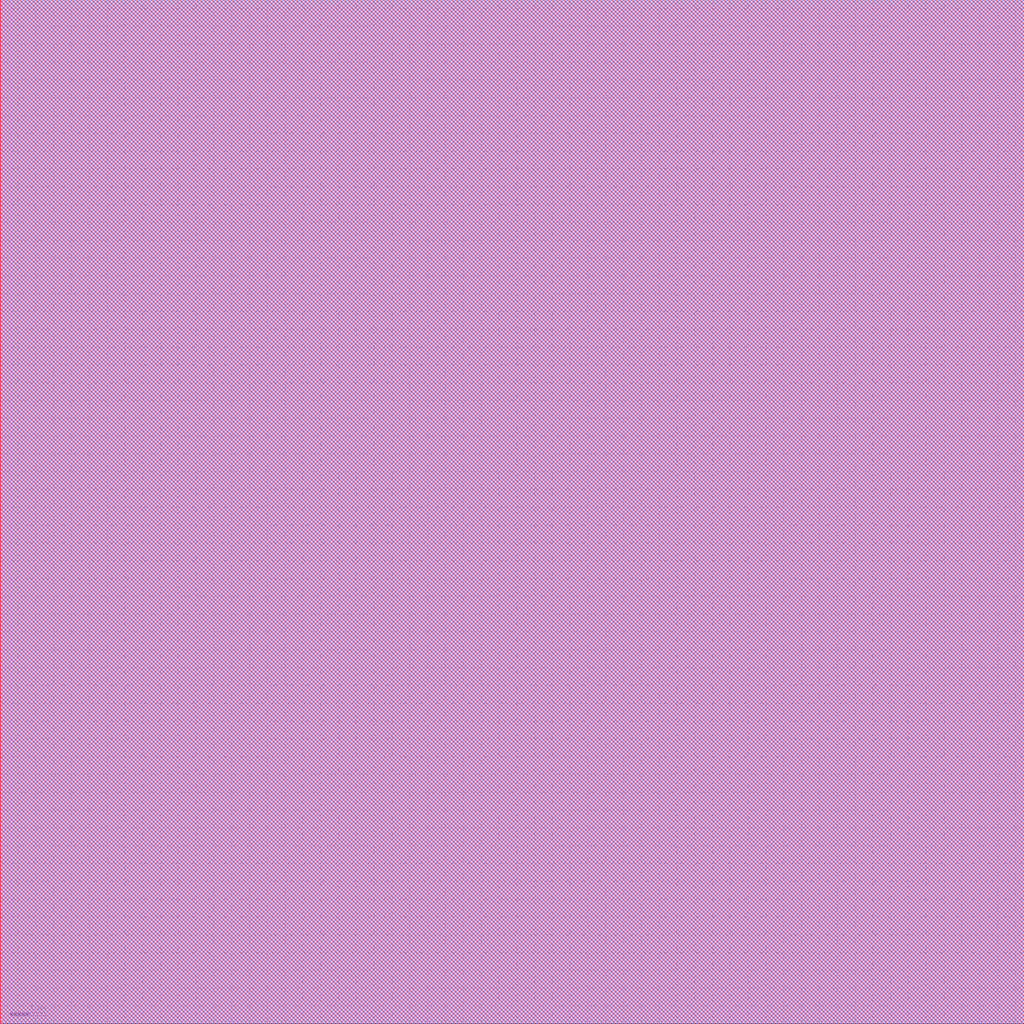
<source format=lef>
###############################################################################
#TSMC Library/IP Product
#Filename: tpa018nv_5lm.lef
#Technology: log018
#Product Type: Standard I/O
#Product Name: tpa018nv
#Version: 270a
###############################################################################
# 
#STATEMENT OF USE
#
#This information contains confidential and proprietary information of TSMC.
#No part of this information may be reproduced, transmitted, transcribed,
#stored in a retrieval system, or translated into any human or computer
#language, in any form or by any means, electronic, mechanical, magnetic,
#optical, chemical, manual, or otherwise, without the prior written permission
#of TSMC. This information was prepared for informational purpose and is for
#use by TSMC's customers only. TSMC reserves the right to make changes in the
#information at any time and without notice.
# 
###############################################################################

SITE pad
    SYMMETRY x y r90 ;
    CLASS pad ;
    SIZE 0.005 BY 115.000 ;
END pad 

SITE corner
    SYMMETRY x y r90 ;
    CLASS pad ;
    SIZE 115.000 BY 115.000 ;
END corner

MACRO PCLAMP
    CLASS BLOCK ;
    FOREIGN PCLAMP 0.000 0.000  ;
    ORIGIN 0.000 0.000 ;
    SIZE 115.000 BY 56.000 ;
    SYMMETRY x y r90 ;
    PIN VSSESD
        DIRECTION INOUT ;
        PORT
        LAYER METAL3 ;
        RECT  28.055 0.000 57.945 2.000 ;
        RECT  28.055 54.000 57.945 56.000 ;
        RECT  2.055 0.000 25.055 2.000 ;
        RECT  2.055 54.000 25.055 56.000 ;
        END
    END VSSESD
    PIN VDDESD
        DIRECTION INOUT ;
        PORT
        LAYER METAL3 ;
        RECT  86.945 0.000 108.505 2.000 ;
        RECT  86.945 54.000 108.505 56.000 ;
        RECT  60.945 0.000 83.945 2.000 ;
        RECT  60.945 54.000 83.945 56.000 ;
        END
    END VDDESD
    OBS
        LAYER METAL1 ;
        RECT  0.000 0.000 115.000 56.000 ;
        LAYER METAL2 ;
        RECT  0.000 0.000 115.000 56.000 ;
        LAYER METAL3 ;
        RECT  108.785 0.000 115.000 56.000 ;
        RECT  86.665 2.280 108.785 53.720 ;
        RECT  84.225 0.000 86.665 56.000 ;
        RECT  60.665 2.280 84.225 53.720 ;
        RECT  58.225 0.000 60.665 56.000 ;
        RECT  27.775 2.280 58.225 53.720 ;
        RECT  25.335 0.000 27.775 56.000 ;
        RECT  1.775 2.280 25.335 53.720 ;
        RECT  0.000 0.000 1.775 56.000 ;
        LAYER METAL4 ;
        RECT  0.000 0.000 115.000 56.000 ;
        LAYER METAL5 ;
        RECT  0.000 0.000 115.000 56.000 ;
    END
END PCLAMP

MACRO PCORNERA
    CLASS ENDCAP BOTTOMLEFT ;
    FOREIGN PCORNERA 0.000 0.000  ;
    ORIGIN 0.000 0.000 ;
    SIZE 115.000 BY 115.000 ;
    SYMMETRY x y r90 ;
    SITE corner ;
    OBS
        LAYER METAL1 ;
        RECT  0.000 0.000 115.000 115.000 ;
        LAYER METAL2 ;
        RECT  0.000 0.000 115.000 115.000 ;
        LAYER METAL3 ;
        RECT  0.000 0.000 115.000 115.000 ;
        LAYER METAL4 ;
        RECT  0.000 0.000 115.000 115.000 ;
        LAYER METAL5 ;
        RECT  0.000 0.000 115.000 115.000 ;
    END
END PCORNERA

MACRO PDB1A
    CLASS PAD ;
    FOREIGN PDB1A 0.000 0.000  ;
    ORIGIN 0.000 0.000 ;
    SIZE 50.000 BY 115.000 ;
    SYMMETRY x y r90 ;
    SITE pad ;
    PIN AIO
        DIRECTION INOUT ;
        PORT
        LAYER METAL2 ;
        RECT  20.000 0.000 30.000 3.160 ;
        LAYER METAL3 ;
        RECT  20.000 0.000 30.000 3.160 ;
        LAYER METAL4 ;
        RECT  20.000 0.000 30.000 3.160 ;
        LAYER METAL5 ;
        RECT  20.000 0.000 30.000 3.160 ;
        RECT  20.000 111.840 30.000 115.000 ;
        END
    END AIO
    OBS
        LAYER METAL1 ;
        RECT  0.000 0.000 50.000 115.000 ;
        LAYER METAL2 ;
        RECT  30.280 0.000 50.000 115.000 ;
        RECT  19.720 3.440 30.280 115.000 ;
        RECT  0.000 0.000 19.720 115.000 ;
        LAYER VIA23 ;
        RECT  20.415 0.160 29.515 3.020 ;
        LAYER METAL3 ;
        RECT  30.280 0.000 50.000 115.000 ;
        RECT  19.720 3.440 30.280 115.000 ;
        RECT  0.000 0.000 19.720 115.000 ;
        LAYER VIA34 ;
        RECT  20.415 0.160 29.515 3.020 ;
        LAYER METAL4 ;
        RECT  30.280 0.000 50.000 115.000 ;
        RECT  19.720 3.440 30.280 115.000 ;
        RECT  0.000 0.000 19.720 115.000 ;
        LAYER VIA45 ;
        RECT  20.625 0.370 29.305 2.810 ;
        LAYER METAL5 ;
        RECT  30.460 0.000 50.000 115.000 ;
        RECT  19.540 3.620 30.460 111.380 ;
        RECT  0.000 0.000 19.540 115.000 ;
    END
END PDB1A

MACRO PDB1AC
    CLASS PAD ;
    FOREIGN PDB1AC 0.000 0.000  ;
    ORIGIN 0.000 0.000 ;
    SIZE 50.000 BY 115.000 ;
    SYMMETRY x y r90 ;
    SITE pad ;
    PIN AIO
        DIRECTION INOUT ;
        PORT
        LAYER METAL2 ;
        RECT  20.000 0.000 30.000 3.160 ;
        LAYER METAL3 ;
        RECT  20.000 0.000 30.000 3.160 ;
        LAYER METAL4 ;
        RECT  20.000 0.000 30.000 3.160 ;
        LAYER METAL5 ;
        RECT  20.000 0.000 30.000 3.160 ;
        RECT  20.000 111.840 30.000 115.000 ;
        END
    END AIO
    OBS
        LAYER METAL1 ;
        RECT  0.000 0.000 50.000 115.000 ;
        LAYER METAL2 ;
        RECT  30.280 0.000 50.000 115.000 ;
        RECT  19.720 3.440 30.280 115.000 ;
        RECT  0.000 0.000 19.720 115.000 ;
        LAYER VIA23 ;
        RECT  20.415 0.160 29.515 3.020 ;
        LAYER METAL3 ;
        RECT  30.280 0.000 50.000 115.000 ;
        RECT  19.720 3.440 30.280 115.000 ;
        RECT  0.000 0.000 19.720 115.000 ;
        LAYER VIA34 ;
        RECT  20.415 0.160 29.515 3.020 ;
        LAYER METAL4 ;
        RECT  30.280 0.000 50.000 115.000 ;
        RECT  19.720 3.440 30.280 115.000 ;
        RECT  0.000 0.000 19.720 115.000 ;
        LAYER VIA45 ;
        RECT  20.625 0.370 29.305 2.810 ;
        LAYER METAL5 ;
        RECT  30.460 0.000 50.000 115.000 ;
        RECT  19.540 3.620 30.460 111.380 ;
        RECT  0.000 0.000 19.540 115.000 ;
    END
END PDB1AC

MACRO PDB2A
    CLASS PAD ;
    FOREIGN PDB2A 0.000 0.000  ;
    ORIGIN 0.000 0.000 ;
    SIZE 50.000 BY 115.000 ;
    SYMMETRY x y r90 ;
    SITE pad ;
    PIN AIO
        DIRECTION INOUT ;
        PORT
        LAYER METAL2 ;
        RECT  20.000 0.000 30.000 3.160 ;
        LAYER METAL3 ;
        RECT  20.000 0.000 30.000 3.160 ;
        LAYER METAL4 ;
        RECT  20.000 0.000 30.000 3.160 ;
        LAYER METAL5 ;
        RECT  20.000 0.000 30.000 3.160 ;
        RECT  20.000 111.840 30.000 115.000 ;
        END
    END AIO
    OBS
        LAYER METAL1 ;
        RECT  0.000 0.000 50.000 115.000 ;
        LAYER METAL2 ;
        RECT  30.280 0.000 50.000 115.000 ;
        RECT  19.720 3.440 30.280 115.000 ;
        RECT  0.000 0.000 19.720 115.000 ;
        LAYER VIA23 ;
        RECT  20.415 0.160 29.515 3.020 ;
        LAYER METAL3 ;
        RECT  30.280 0.000 50.000 115.000 ;
        RECT  19.720 3.440 30.280 115.000 ;
        RECT  0.000 0.000 19.720 115.000 ;
        LAYER VIA34 ;
        RECT  20.415 0.160 29.515 3.020 ;
        LAYER METAL4 ;
        RECT  30.280 0.000 50.000 115.000 ;
        RECT  19.720 3.440 30.280 115.000 ;
        RECT  0.000 0.000 19.720 115.000 ;
        LAYER VIA45 ;
        RECT  20.625 0.370 29.305 2.810 ;
        LAYER METAL5 ;
        RECT  30.460 0.000 50.000 115.000 ;
        RECT  19.540 3.620 30.460 111.380 ;
        RECT  0.000 0.000 19.540 115.000 ;
    END
END PDB2A

MACRO PDB2AC
    CLASS PAD ;
    FOREIGN PDB2AC 0.000 0.000  ;
    ORIGIN 0.000 0.000 ;
    SIZE 50.000 BY 115.000 ;
    SYMMETRY x y r90 ;
    SITE pad ;
    PIN AIO
        DIRECTION INOUT ;
        PORT
        LAYER METAL2 ;
        RECT  20.000 0.000 30.000 3.160 ;
        LAYER METAL3 ;
        RECT  20.000 0.000 30.000 3.160 ;
        LAYER METAL4 ;
        RECT  20.000 0.000 30.000 3.160 ;
        LAYER METAL5 ;
        RECT  20.000 0.000 30.000 3.160 ;
        RECT  20.000 111.840 30.000 115.000 ;
        END
    END AIO
    OBS
        LAYER METAL1 ;
        RECT  0.000 0.000 50.000 115.000 ;
        LAYER METAL2 ;
        RECT  30.280 0.000 50.000 115.000 ;
        RECT  19.720 3.440 30.280 115.000 ;
        RECT  0.000 0.000 19.720 115.000 ;
        LAYER VIA23 ;
        RECT  20.415 0.160 29.515 3.020 ;
        LAYER METAL3 ;
        RECT  30.280 0.000 50.000 115.000 ;
        RECT  19.720 3.440 30.280 115.000 ;
        RECT  0.000 0.000 19.720 115.000 ;
        LAYER VIA34 ;
        RECT  20.415 0.160 29.515 3.020 ;
        LAYER METAL4 ;
        RECT  30.280 0.000 50.000 115.000 ;
        RECT  19.720 3.440 30.280 115.000 ;
        RECT  0.000 0.000 19.720 115.000 ;
        LAYER VIA45 ;
        RECT  20.625 0.370 29.305 2.810 ;
        LAYER METAL5 ;
        RECT  30.460 0.000 50.000 115.000 ;
        RECT  19.540 3.620 30.460 111.380 ;
        RECT  0.000 0.000 19.540 115.000 ;
    END
END PDB2AC

MACRO PDB3A
    CLASS PAD ;
    FOREIGN PDB3A 0.000 0.000  ;
    ORIGIN 0.000 0.000 ;
    SIZE 50.000 BY 115.000 ;
    SYMMETRY x y r90 ;
    SITE pad ;
    PIN AIO
        DIRECTION INOUT ;
        PORT
        LAYER METAL2 ;
        RECT  25.945 0.000 39.945 3.160 ;
        RECT  10.055 0.000 24.055 3.160 ;
        LAYER METAL3 ;
        RECT  25.945 0.000 39.945 3.160 ;
        RECT  10.055 0.000 24.055 3.160 ;
        LAYER METAL4 ;
        RECT  25.945 0.000 39.945 3.160 ;
        RECT  10.055 0.000 24.055 3.160 ;
        LAYER METAL5 ;
        RECT  25.945 0.000 39.945 3.160 ;
        RECT  25.945 111.840 39.945 115.000 ;
        RECT  10.055 0.000 24.055 3.160 ;
        RECT  10.055 111.840 24.055 115.000 ;
        END
    END AIO
    OBS
        LAYER METAL1 ;
        RECT  0.000 0.000 50.000 115.000 ;
        LAYER METAL2 ;
        RECT  40.225 0.000 50.000 115.000 ;
        RECT  25.665 3.440 40.225 115.000 ;
        RECT  24.335 0.000 25.665 115.000 ;
        RECT  9.775 3.440 24.335 115.000 ;
        RECT  0.000 0.000 9.775 115.000 ;
        LAYER VIA23 ;
        RECT  26.170 0.150 39.430 3.010 ;
        RECT  10.570 0.150 23.830 3.010 ;
        LAYER METAL3 ;
        RECT  40.225 0.000 50.000 115.000 ;
        RECT  25.665 3.440 40.225 115.000 ;
        RECT  24.335 0.000 25.665 115.000 ;
        RECT  9.775 3.440 24.335 115.000 ;
        RECT  0.000 0.000 9.775 115.000 ;
        LAYER VIA34 ;
        RECT  26.170 0.150 39.430 3.010 ;
        RECT  10.570 0.150 23.830 3.010 ;
        LAYER METAL4 ;
        RECT  40.225 0.000 50.000 115.000 ;
        RECT  25.665 3.440 40.225 115.000 ;
        RECT  24.335 0.000 25.665 115.000 ;
        RECT  9.775 3.440 24.335 115.000 ;
        RECT  0.000 0.000 9.775 115.000 ;
        LAYER VIA45 ;
        RECT  26.380 0.360 39.220 2.800 ;
        RECT  10.780 0.360 23.620 2.800 ;
        LAYER METAL5 ;
        RECT  40.405 0.000 50.000 115.000 ;
        RECT  25.485 3.620 40.405 111.380 ;
        RECT  24.515 0.000 25.485 115.000 ;
        RECT  9.595 3.620 24.515 111.380 ;
        RECT  0.000 0.000 9.595 115.000 ;
    END
END PDB3A

MACRO PDB3AC
    CLASS PAD ;
    FOREIGN PDB3AC 0.000 0.000  ;
    ORIGIN 0.000 0.000 ;
    SIZE 50.000 BY 115.000 ;
    SYMMETRY x y r90 ;
    SITE pad ;
    PIN AIO
        DIRECTION INOUT ;
        PORT
        LAYER METAL3 ;
        RECT  25.945 0.000 39.945 3.160 ;
        LAYER METAL2 ;
        RECT  25.945 0.000 39.945 3.160 ;
        LAYER METAL3 ;
        RECT  10.055 0.000 24.055 3.160 ;
        LAYER METAL2 ;
        RECT  10.055 0.000 24.055 3.160 ;
        LAYER METAL5 ;
        RECT  25.945 0.000 39.945 3.160 ;
        RECT  25.945 111.840 39.945 115.000 ;
        RECT  10.055 0.000 24.055 3.160 ;
        RECT  10.055 111.840 24.055 115.000 ;
        END
    END AIO
    OBS
        LAYER METAL1 ;
        RECT  0.000 0.000 50.000 115.000 ;
        LAYER METAL2 ;
        RECT  40.225 0.000 50.000 115.000 ;
        RECT  25.665 3.440 40.225 115.000 ;
        RECT  24.335 0.000 25.665 115.000 ;
        RECT  9.775 3.440 24.335 115.000 ;
        RECT  0.000 0.000 9.775 115.000 ;
        LAYER VIA23 ;
        RECT  26.170 0.150 39.430 3.010 ;
        RECT  10.570 0.150 23.830 3.010 ;
        LAYER METAL3 ;
        RECT  40.225 0.000 50.000 115.000 ;
        RECT  25.665 3.440 40.225 115.000 ;
        RECT  24.335 0.000 25.665 115.000 ;
        RECT  9.775 3.440 24.335 115.000 ;
        RECT  0.000 0.000 9.775 115.000 ;
        LAYER VIA34 ;
        RECT  26.170 0.150 39.430 3.010 ;
        RECT  10.570 0.150 23.830 3.010 ;
        LAYER METAL4 ;
        RECT  0.000 0.000 50.000 115.000 ;
        LAYER METAL5 ;
        RECT  40.405 0.000 50.000 115.000 ;
        RECT  25.485 3.620 40.405 111.380 ;
        RECT  24.515 0.000 25.485 115.000 ;
        RECT  9.595 3.620 24.515 111.380 ;
        RECT  0.000 0.000 9.595 115.000 ;
    END
END PDB3AC

MACRO PFILLER0005A
    CLASS PAD ;
    FOREIGN PFILLER0005A 0.000 0.000  ;
    ORIGIN 0.000 0.000 ;
    SIZE 0.005 BY 115.000 ;
    SYMMETRY x y r90 ;
    SITE pad ;
    OBS
        LAYER METAL1 ;
        RECT  0.000 0.000 0.005 115.000 ;
        LAYER METAL2 ;
        RECT  0.000 0.000 0.005 115.000 ;
        LAYER METAL3 ;
        RECT  0.000 0.000 0.005 115.000 ;
        LAYER METAL4 ;
        RECT  0.000 0.000 0.005 115.000 ;
        LAYER METAL5 ;
        RECT  0.000 0.000 0.005 115.000 ;
    END
END PFILLER0005A

MACRO PFILLER05A
    CLASS PAD ;
    FOREIGN PFILLER05A 0.000 0.000  ;
    ORIGIN 0.000 0.000 ;
    SIZE 0.500 BY 115.000 ;
    SYMMETRY x y r90 ;
    SITE pad ;
    OBS
        LAYER METAL1 ;
        RECT  0.000 0.000 0.500 115.000 ;
        LAYER METAL2 ;
        RECT  0.000 0.000 0.500 115.000 ;
        LAYER METAL3 ;
        RECT  0.000 0.000 0.500 115.000 ;
        LAYER METAL4 ;
        RECT  0.000 0.000 0.500 115.000 ;
        LAYER METAL5 ;
        RECT  0.000 0.000 0.500 115.000 ;
    END
END PFILLER05A

MACRO PFILLER10A
    CLASS PAD ;
    FOREIGN PFILLER10A 0.000 0.000  ;
    ORIGIN 0.000 0.000 ;
    SIZE 10.000 BY 115.000 ;
    SYMMETRY x y r90 ;
    SITE pad ;
    OBS
        LAYER METAL1 ;
        RECT  0.000 0.000 10.000 115.000 ;
        LAYER METAL2 ;
        RECT  0.000 0.000 10.000 115.000 ;
        LAYER METAL3 ;
        RECT  0.000 0.000 10.000 115.000 ;
        LAYER METAL4 ;
        RECT  0.000 0.000 10.000 115.000 ;
        LAYER METAL5 ;
        RECT  0.000 0.000 10.000 115.000 ;
    END
END PFILLER10A

MACRO PFILLER1A
    CLASS PAD ;
    FOREIGN PFILLER1A 0.000 0.000  ;
    ORIGIN 0.000 0.000 ;
    SIZE 1.000 BY 115.000 ;
    SYMMETRY x y r90 ;
    SITE pad ;
    OBS
        LAYER METAL1 ;
        RECT  0.000 0.000 1.000 115.000 ;
        LAYER METAL2 ;
        RECT  0.000 0.000 1.000 115.000 ;
        LAYER METAL3 ;
        RECT  0.000 0.000 1.000 115.000 ;
        LAYER METAL4 ;
        RECT  0.000 0.000 1.000 115.000 ;
        LAYER METAL5 ;
        RECT  0.000 0.000 1.000 115.000 ;
    END
END PFILLER1A

MACRO PFILLER20A
    CLASS PAD ;
    FOREIGN PFILLER20A 0.000 0.000  ;
    ORIGIN 0.000 0.000 ;
    SIZE 20.000 BY 115.000 ;
    SYMMETRY x y r90 ;
    SITE pad ;
    OBS
        LAYER METAL1 ;
        RECT  0.000 0.000 20.000 115.000 ;
        LAYER METAL2 ;
        RECT  0.000 0.000 20.000 115.000 ;
        LAYER METAL3 ;
        RECT  0.000 0.000 20.000 115.000 ;
        LAYER METAL4 ;
        RECT  0.000 0.000 20.000 115.000 ;
        LAYER METAL5 ;
        RECT  0.000 0.000 20.000 115.000 ;
    END
END PFILLER20A

MACRO PFILLER5A
    CLASS PAD ;
    FOREIGN PFILLER5A 0.000 0.000  ;
    ORIGIN 0.000 0.000 ;
    SIZE 5.000 BY 115.000 ;
    SYMMETRY x y r90 ;
    SITE pad ;
    OBS
        LAYER METAL1 ;
        RECT  0.000 0.000 5.000 115.000 ;
        LAYER METAL2 ;
        RECT  0.000 0.000 5.000 115.000 ;
        LAYER METAL3 ;
        RECT  0.000 0.000 5.000 115.000 ;
        LAYER METAL4 ;
        RECT  0.000 0.000 5.000 115.000 ;
        LAYER METAL5 ;
        RECT  0.000 0.000 5.000 115.000 ;
    END
END PFILLER5A

MACRO PRCUTA
    CLASS PAD ;
    FOREIGN PRCUTA 0.000 0.000  ;
    ORIGIN 0.000 0.000 ;
    SIZE 25.000 BY 115.000 ;
    SYMMETRY x y r90 ;
    SITE pad ;
    OBS
        LAYER METAL1 ;
        RECT  0.000 0.000 25.000 115.000 ;
        LAYER METAL2 ;
        RECT  0.000 0.000 25.000 115.000 ;
        LAYER METAL3 ;
        RECT  0.000 0.000 25.000 115.000 ;
        LAYER METAL4 ;
        RECT  0.000 0.000 25.000 115.000 ;
        LAYER METAL5 ;
        RECT  0.000 0.000 25.000 115.000 ;
    END
END PRCUTA

MACRO PVDD3A
    CLASS PAD ;
    FOREIGN PVDD3A 0.000 0.000  ;
    ORIGIN 0.000 0.000 ;
    SIZE 50.000 BY 115.000 ;
    SYMMETRY x y r90 ;
    SITE pad ;
    PIN TAVDD
        DIRECTION INOUT ;
        PORT
        LAYER METAL1 ;
        RECT  27.740 0.000 47.740 3.160 ;
        RECT  2.260 0.000 22.260 3.160 ;
        LAYER METAL2 ;
        RECT  27.740 0.000 47.740 3.160 ;
        RECT  2.260 0.000 22.260 3.160 ;
        LAYER METAL3 ;
        RECT  27.740 0.000 47.740 3.160 ;
        RECT  2.260 0.000 22.260 3.160 ;
        LAYER METAL4 ;
        RECT  27.740 0.000 47.740 3.160 ;
        RECT  2.260 0.000 22.260 3.160 ;
        LAYER METAL5 ;
        RECT  27.740 0.000 47.740 3.160 ;
        RECT  2.260 0.000 22.260 3.160 ;
        END
    END TAVDD
    PIN AVDD
        DIRECTION INOUT ;
        PORT
        LAYER METAL2 ;
        RECT  26.520 114.000 46.520 115.000 ;
        LAYER METAL1 ;
        RECT  26.520 114.000 46.520 115.000 ;
        RECT  3.480 114.000 23.480 115.000 ;
        LAYER METAL2 ;
        RECT  3.480 114.000 23.480 115.000 ;
        END
    END AVDD
    OBS
        LAYER METAL1 ;
        RECT  47.970 0.000 50.000 115.000 ;
        RECT  46.750 3.390 47.970 115.000 ;
        RECT  27.510 3.390 46.750 113.770 ;
        RECT  26.290 0.000 27.510 113.770 ;
        RECT  23.710 0.000 26.290 115.000 ;
        RECT  22.490 0.000 23.710 113.770 ;
        RECT  3.250 3.390 22.490 113.770 ;
        RECT  2.030 3.390 3.250 115.000 ;
        RECT  0.000 0.000 2.030 115.000 ;
        LAYER VIA12 ;
        RECT  27.740 0.150 47.230 3.010 ;
        RECT  26.520 114.050 46.450 114.830 ;
        RECT  3.550 114.050 23.480 114.830 ;
        RECT  2.770 0.150 22.260 3.010 ;
        LAYER METAL2 ;
        RECT  48.020 0.000 50.000 115.000 ;
        RECT  46.800 3.440 48.020 115.000 ;
        RECT  27.460 3.440 46.800 113.720 ;
        RECT  26.240 0.000 27.460 113.720 ;
        RECT  23.760 0.000 26.240 115.000 ;
        RECT  22.540 0.000 23.760 113.720 ;
        RECT  3.200 3.440 22.540 113.720 ;
        RECT  1.980 3.440 3.200 115.000 ;
        RECT  0.000 0.000 1.980 115.000 ;
        LAYER VIA23 ;
        RECT  27.740 0.150 47.230 3.010 ;
        RECT  2.770 0.150 22.260 3.010 ;
        LAYER METAL3 ;
        RECT  48.020 0.000 50.000 115.000 ;
        RECT  27.460 3.440 48.020 115.000 ;
        RECT  22.540 0.000 27.460 115.000 ;
        RECT  1.980 3.440 22.540 115.000 ;
        RECT  0.000 0.000 1.980 115.000 ;
        LAYER VIA34 ;
        RECT  27.740 0.150 47.230 3.010 ;
        RECT  2.770 0.150 22.260 3.010 ;
        LAYER METAL4 ;
        RECT  48.020 0.000 50.000 115.000 ;
        RECT  27.460 3.440 48.020 115.000 ;
        RECT  22.540 0.000 27.460 115.000 ;
        RECT  1.980 3.440 22.540 115.000 ;
        RECT  0.000 0.000 1.980 115.000 ;
        LAYER VIA45 ;
        RECT  27.940 0.360 47.020 2.800 ;
        RECT  2.980 0.360 22.060 2.800 ;
        LAYER METAL5 ;
        RECT  48.200 0.000 50.000 115.000 ;
        RECT  27.280 3.620 48.200 115.000 ;
        RECT  22.720 0.000 27.280 115.000 ;
        RECT  1.800 3.620 22.720 115.000 ;
        RECT  0.000 0.000 1.800 115.000 ;
    END
END PVDD3A

MACRO PVDD3AC
    CLASS PAD ;
    FOREIGN PVDD3AC 0.000 0.000  ;
    ORIGIN 0.000 0.000 ;
    SIZE 50.000 BY 115.000 ;
    SYMMETRY x y r90 ;
    SITE pad ;
    PIN TACVDD
        DIRECTION INOUT ;
        PORT
        LAYER METAL1 ;
        RECT  27.740 0.000 47.740 3.160 ;
        RECT  2.260 0.000 22.260 3.160 ;
        LAYER METAL2 ;
        RECT  27.740 0.000 47.740 3.160 ;
        RECT  2.260 0.000 22.260 3.160 ;
        LAYER METAL3 ;
        RECT  27.740 0.000 47.740 3.160 ;
        RECT  2.260 0.000 22.260 3.160 ;
        LAYER METAL4 ;
        RECT  27.740 0.000 47.740 3.160 ;
        RECT  2.260 0.000 22.260 3.160 ;
        LAYER METAL5 ;
        RECT  27.740 0.000 47.740 3.160 ;
        RECT  2.260 0.000 22.260 3.160 ;
        END
    END TACVDD
    PIN AVDD
        DIRECTION INOUT ;
        PORT
        LAYER METAL2 ;
        RECT  26.660 114.000 46.660 115.000 ;
        LAYER METAL1 ;
        RECT  26.660 114.000 46.660 115.000 ;
        RECT  3.340 114.000 23.340 115.000 ;
        LAYER METAL2 ;
        RECT  3.340 114.000 23.340 115.000 ;
        END
    END AVDD
    OBS
        LAYER METAL1 ;
        RECT  47.970 0.000 50.000 115.000 ;
        RECT  46.890 3.390 47.970 115.000 ;
        RECT  27.510 3.390 46.890 113.770 ;
        RECT  26.430 0.000 27.510 113.770 ;
        RECT  23.570 0.000 26.430 115.000 ;
        RECT  22.490 0.000 23.570 113.770 ;
        RECT  3.110 3.390 22.490 113.770 ;
        RECT  2.030 3.390 3.110 115.000 ;
        RECT  0.000 0.000 2.030 115.000 ;
        LAYER VIA12 ;
        RECT  27.740 0.150 47.230 3.010 ;
        RECT  26.660 114.050 46.450 114.830 ;
        RECT  3.550 114.050 23.340 114.830 ;
        RECT  2.770 0.150 22.260 3.010 ;
        LAYER METAL2 ;
        RECT  48.020 0.000 50.000 115.000 ;
        RECT  46.940 3.440 48.020 115.000 ;
        RECT  27.460 3.440 46.940 113.720 ;
        RECT  26.380 0.000 27.460 113.720 ;
        RECT  23.620 0.000 26.380 115.000 ;
        RECT  22.540 0.000 23.620 113.720 ;
        RECT  3.060 3.440 22.540 113.720 ;
        RECT  1.980 3.440 3.060 115.000 ;
        RECT  0.000 0.000 1.980 115.000 ;
        LAYER VIA23 ;
        RECT  27.740 0.150 47.230 3.010 ;
        RECT  2.770 0.150 22.260 3.010 ;
        LAYER METAL3 ;
        RECT  48.020 0.000 50.000 115.000 ;
        RECT  27.460 3.440 48.020 115.000 ;
        RECT  22.540 0.000 27.460 115.000 ;
        RECT  1.980 3.440 22.540 115.000 ;
        RECT  0.000 0.000 1.980 115.000 ;
        LAYER VIA34 ;
        RECT  27.740 0.150 47.230 3.010 ;
        RECT  2.770 0.150 22.260 3.010 ;
        LAYER METAL4 ;
        RECT  48.020 0.000 50.000 115.000 ;
        RECT  27.460 3.440 48.020 115.000 ;
        RECT  22.540 0.000 27.460 115.000 ;
        RECT  1.980 3.440 22.540 115.000 ;
        RECT  0.000 0.000 1.980 115.000 ;
        LAYER VIA45 ;
        RECT  27.940 0.360 47.020 2.800 ;
        RECT  2.980 0.360 22.060 2.800 ;
        LAYER METAL5 ;
        RECT  48.200 0.000 50.000 115.000 ;
        RECT  27.280 3.620 48.200 115.000 ;
        RECT  22.720 0.000 27.280 115.000 ;
        RECT  1.800 3.620 22.720 115.000 ;
        RECT  0.000 0.000 1.800 115.000 ;
    END
END PVDD3AC

MACRO PVSS3A
    CLASS PAD ;
    FOREIGN PVSS3A 0.000 0.000  ;
    ORIGIN 0.000 0.000 ;
    SIZE 50.000 BY 115.000 ;
    SYMMETRY x y r90 ;
    SITE pad ;
    PIN AVSS
        DIRECTION INOUT ;
        PORT
        LAYER METAL2 ;
        RECT  26.470 114.000 46.470 115.000 ;
        LAYER METAL1 ;
        RECT  26.470 114.000 46.470 115.000 ;
        LAYER METAL2 ;
        RECT  3.530 114.000 23.530 115.000 ;
        LAYER METAL1 ;
        RECT  3.530 114.000 23.530 115.000 ;
        RECT  27.740 0.000 47.740 3.160 ;
        RECT  2.260 0.000 22.260 3.160 ;
        LAYER METAL2 ;
        RECT  27.740 0.000 47.740 3.160 ;
        RECT  2.260 0.000 22.260 3.160 ;
        LAYER METAL3 ;
        RECT  27.740 0.000 47.740 3.160 ;
        RECT  2.260 0.000 22.260 3.160 ;
        LAYER METAL4 ;
        RECT  27.740 0.000 47.740 3.160 ;
        RECT  2.260 0.000 22.260 3.160 ;
        LAYER METAL5 ;
        RECT  27.740 0.000 47.740 3.160 ;
        RECT  2.260 0.000 22.260 3.160 ;
        END
    END AVSS
    OBS
        LAYER METAL1 ;
        RECT  47.970 0.000 50.000 115.000 ;
        RECT  46.700 3.390 47.970 115.000 ;
        RECT  27.510 3.390 46.700 113.770 ;
        RECT  26.240 0.000 27.510 113.770 ;
        RECT  23.760 0.000 26.240 115.000 ;
        RECT  22.490 0.000 23.760 113.770 ;
        RECT  3.300 3.390 22.490 113.770 ;
        RECT  2.030 3.390 3.300 115.000 ;
        RECT  0.000 0.000 2.030 115.000 ;
        LAYER VIA12 ;
        RECT  27.740 0.150 47.230 3.010 ;
        RECT  26.690 114.050 46.190 114.830 ;
        RECT  3.810 114.050 23.310 114.830 ;
        RECT  2.770 0.150 22.260 3.010 ;
        LAYER METAL2 ;
        RECT  48.020 0.000 50.000 115.000 ;
        RECT  46.750 3.440 48.020 115.000 ;
        RECT  27.460 3.440 46.750 113.720 ;
        RECT  26.190 0.000 27.460 113.720 ;
        RECT  23.810 0.000 26.190 115.000 ;
        RECT  22.540 0.000 23.810 113.720 ;
        RECT  3.250 3.440 22.540 113.720 ;
        RECT  1.980 3.440 3.250 115.000 ;
        RECT  0.000 0.000 1.980 115.000 ;
        LAYER VIA23 ;
        RECT  27.740 0.150 47.230 3.010 ;
        RECT  2.770 0.150 22.260 3.010 ;
        LAYER METAL3 ;
        RECT  48.020 0.000 50.000 115.000 ;
        RECT  27.460 3.440 48.020 115.000 ;
        RECT  22.540 0.000 27.460 115.000 ;
        RECT  1.980 3.440 22.540 115.000 ;
        RECT  0.000 0.000 1.980 115.000 ;
        LAYER VIA34 ;
        RECT  27.740 0.150 47.230 3.010 ;
        RECT  2.770 0.150 22.260 3.010 ;
        LAYER METAL4 ;
        RECT  48.020 0.000 50.000 115.000 ;
        RECT  27.460 3.440 48.020 115.000 ;
        RECT  22.540 0.000 27.460 115.000 ;
        RECT  1.980 3.440 22.540 115.000 ;
        RECT  0.000 0.000 1.980 115.000 ;
        LAYER VIA45 ;
        RECT  27.940 0.360 47.020 2.800 ;
        RECT  2.980 0.360 22.060 2.800 ;
        LAYER METAL5 ;
        RECT  48.200 0.000 50.000 115.000 ;
        RECT  27.280 3.620 48.200 115.000 ;
        RECT  22.720 0.000 27.280 115.000 ;
        RECT  1.800 3.620 22.720 115.000 ;
        RECT  0.000 0.000 1.800 115.000 ;
    END
END PVSS3A

MACRO PVSS3AC
    CLASS PAD ;
    FOREIGN PVSS3AC 0.000 0.000  ;
    ORIGIN 0.000 0.000 ;
    SIZE 50.000 BY 115.000 ;
    SYMMETRY x y r90 ;
    SITE pad ;
    PIN AVSS
        DIRECTION INOUT ;
        PORT
        LAYER METAL2 ;
        RECT  26.470 114.000 46.470 115.000 ;
        LAYER METAL1 ;
        RECT  26.470 114.000 46.470 115.000 ;
        LAYER METAL2 ;
        RECT  3.530 114.000 23.530 115.000 ;
        LAYER METAL1 ;
        RECT  3.530 114.000 23.530 115.000 ;
        RECT  27.740 0.000 47.740 3.160 ;
        RECT  2.260 0.000 22.260 3.160 ;
        LAYER METAL2 ;
        RECT  27.740 0.000 47.740 3.160 ;
        RECT  2.260 0.000 22.260 3.160 ;
        LAYER METAL3 ;
        RECT  27.740 0.000 47.740 3.160 ;
        RECT  2.260 0.000 22.260 3.160 ;
        LAYER METAL4 ;
        RECT  27.740 0.000 47.740 3.160 ;
        RECT  2.260 0.000 22.260 3.160 ;
        LAYER METAL5 ;
        RECT  27.740 0.000 47.740 3.160 ;
        RECT  2.260 0.000 22.260 3.160 ;
        END
    END AVSS
    OBS
        LAYER METAL1 ;
        RECT  47.970 0.000 50.000 115.000 ;
        RECT  46.700 3.390 47.970 115.000 ;
        RECT  27.510 3.390 46.700 113.770 ;
        RECT  26.240 0.000 27.510 113.770 ;
        RECT  23.760 0.000 26.240 115.000 ;
        RECT  22.490 0.000 23.760 113.770 ;
        RECT  3.300 3.390 22.490 113.770 ;
        RECT  2.030 3.390 3.300 115.000 ;
        RECT  0.000 0.000 2.030 115.000 ;
        LAYER VIA12 ;
        RECT  27.740 0.150 47.230 3.010 ;
        RECT  26.690 114.050 46.190 114.830 ;
        RECT  3.810 114.050 23.310 114.830 ;
        RECT  2.770 0.150 22.260 3.010 ;
        LAYER METAL2 ;
        RECT  48.020 0.000 50.000 115.000 ;
        RECT  46.750 3.440 48.020 115.000 ;
        RECT  27.460 3.440 46.750 113.720 ;
        RECT  26.190 0.000 27.460 113.720 ;
        RECT  23.810 0.000 26.190 115.000 ;
        RECT  22.540 0.000 23.810 113.720 ;
        RECT  3.250 3.440 22.540 113.720 ;
        RECT  1.980 3.440 3.250 115.000 ;
        RECT  0.000 0.000 1.980 115.000 ;
        LAYER VIA23 ;
        RECT  27.740 0.150 47.230 3.010 ;
        RECT  2.770 0.150 22.260 3.010 ;
        LAYER METAL3 ;
        RECT  48.020 0.000 50.000 115.000 ;
        RECT  27.460 3.440 48.020 115.000 ;
        RECT  22.540 0.000 27.460 115.000 ;
        RECT  1.980 3.440 22.540 115.000 ;
        RECT  0.000 0.000 1.980 115.000 ;
        LAYER VIA34 ;
        RECT  27.740 0.150 47.230 3.010 ;
        RECT  2.770 0.150 22.260 3.010 ;
        LAYER METAL4 ;
        RECT  48.020 0.000 50.000 115.000 ;
        RECT  27.460 3.440 48.020 115.000 ;
        RECT  22.540 0.000 27.460 115.000 ;
        RECT  1.980 3.440 22.540 115.000 ;
        RECT  0.000 0.000 1.980 115.000 ;
        LAYER VIA45 ;
        RECT  27.940 0.360 47.020 2.800 ;
        RECT  2.980 0.360 22.060 2.800 ;
        LAYER METAL5 ;
        RECT  48.200 0.000 50.000 115.000 ;
        RECT  27.280 3.620 48.200 115.000 ;
        RECT  22.720 0.000 27.280 115.000 ;
        RECT  1.800 3.620 22.720 115.000 ;
        RECT  0.000 0.000 1.800 115.000 ;
    END
END PVSS3AC

END LIBRARY

</source>
